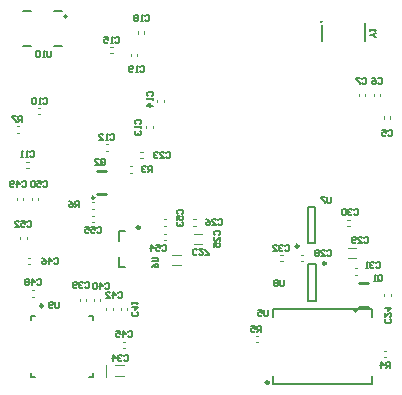
<source format=gbo>
%FSLAX24Y24*%
%MOIN*%
G70*
G01*
G75*
G04 Layer_Color=32896*
%ADD10C,0.0177*%
%ADD11C,0.0100*%
%ADD12R,0.0102X0.0209*%
%ADD13R,0.0102X0.0193*%
%ADD14R,0.0177X0.0177*%
%ADD15R,0.0138X0.0157*%
%ADD16R,0.0236X0.0157*%
%ADD17R,0.0157X0.0236*%
%ADD18R,0.0394X0.1378*%
%ADD19R,0.0591X0.1339*%
%ADD20R,0.0197X0.0354*%
%ADD21R,0.0551X0.0453*%
%ADD22R,0.0335X0.0374*%
%ADD23O,0.0295X0.0079*%
%ADD24O,0.0079X0.0295*%
%ADD25R,0.1417X0.1417*%
%ADD26R,0.0343X0.0343*%
%ADD27R,0.0138X0.0394*%
%ADD28R,0.0157X0.0335*%
%ADD29R,0.2598X0.2598*%
%ADD30O,0.0079X0.0315*%
%ADD31O,0.0315X0.0079*%
%ADD32R,0.0630X0.0551*%
%ADD33R,0.0748X0.0630*%
%ADD34R,0.0157X0.0532*%
%ADD35R,0.0335X0.0157*%
%ADD36O,0.0276X0.0098*%
%ADD37O,0.0098X0.0276*%
%ADD38O,0.0177X0.0532*%
%ADD39R,0.0354X0.0197*%
%ADD40R,0.0217X0.0098*%
%ADD41C,0.0080*%
%ADD42C,0.0200*%
%ADD43C,0.0630*%
%ADD44C,0.1260*%
%ADD45C,0.0260*%
%ADD46C,0.0240*%
%ADD47C,0.0340*%
%ADD48C,0.0300*%
%ADD49C,0.0290*%
%ADD50R,0.0354X0.0276*%
%ADD51O,0.0315X0.0157*%
%ADD52R,0.2362X0.1890*%
%ADD53R,0.0512X0.0217*%
%ADD54R,0.0394X0.0217*%
%ADD55R,0.0197X0.0315*%
%ADD56R,0.1299X0.1299*%
%ADD57O,0.0315X0.0098*%
%ADD58O,0.0098X0.0315*%
%ADD59R,0.0591X0.0236*%
%ADD60R,0.0187X0.0098*%
%ADD61R,0.0098X0.0138*%
%ADD62C,0.0098*%
%ADD63C,0.0039*%
%ADD64C,0.0079*%
%ADD65C,0.0050*%
%ADD66C,0.0040*%
%ADD67R,0.0148X0.0177*%
%ADD68R,0.0162X0.0269*%
%ADD69R,0.0162X0.0253*%
%ADD70R,0.0237X0.0237*%
%ADD71R,0.0198X0.0217*%
%ADD72R,0.0296X0.0217*%
%ADD73R,0.0217X0.0296*%
%ADD74R,0.0454X0.1438*%
%ADD75R,0.0651X0.1399*%
%ADD76R,0.0257X0.0414*%
%ADD77R,0.0611X0.0513*%
%ADD78R,0.0395X0.0434*%
%ADD79O,0.0355X0.0139*%
%ADD80O,0.0139X0.0355*%
%ADD81R,0.1477X0.1477*%
%ADD82R,0.0606X0.0606*%
%ADD83R,0.0198X0.0454*%
%ADD84R,0.0217X0.0395*%
%ADD85R,0.2658X0.2658*%
%ADD86O,0.0139X0.0375*%
%ADD87O,0.0375X0.0139*%
%ADD88R,0.0709X0.0630*%
%ADD89R,0.0827X0.0709*%
%ADD90R,0.0236X0.0610*%
%ADD91R,0.0395X0.0217*%
%ADD92O,0.0336X0.0158*%
%ADD93O,0.0158X0.0336*%
%ADD94O,0.0237X0.0592*%
%ADD95R,0.0414X0.0257*%
%ADD96R,0.0277X0.0158*%
%ADD97C,0.0690*%
%ADD98C,0.1320*%
%ADD99R,0.0414X0.0336*%
%ADD100O,0.0375X0.0217*%
%ADD101R,0.2422X0.1950*%
%ADD102R,0.0572X0.0277*%
%ADD103R,0.0454X0.0277*%
%ADD104R,0.0257X0.0375*%
%ADD105R,0.1359X0.1359*%
%ADD106O,0.0375X0.0158*%
%ADD107O,0.0158X0.0375*%
%ADD108R,0.0651X0.0296*%
%ADD109R,0.0247X0.0158*%
%ADD110R,0.0158X0.0198*%
%ADD111C,0.0060*%
D11*
X5174Y-3822D02*
G03*
X5174Y-3822I-39J0D01*
G01*
X-3566Y-82D02*
G03*
X-3566Y-82I-39J0D01*
G01*
X4002Y5784D02*
G03*
X4002Y5784I-14J0D01*
G01*
X-4494Y5964D02*
G03*
X-4494Y5964I-28J0D01*
G01*
X5253Y-3704D02*
X5567D01*
X5253Y-2916D02*
X5567D01*
X-3487Y36D02*
X-3173D01*
X-3487Y824D02*
X-3173D01*
D62*
X2249Y-6241D02*
G03*
X2249Y-6241I-49J0D01*
G01*
X4153Y-2260D02*
G03*
X4153Y-2260I-49J0D01*
G01*
X3247Y-1689D02*
G03*
X3247Y-1689I-49J0D01*
G01*
X-5280Y-3682D02*
G03*
X-5280Y-3682I-49J0D01*
G01*
X-2047Y-1071D02*
G03*
X-2047Y-1071I-49J0D01*
G01*
D63*
X-6028Y-1449D02*
Y-1371D01*
X-5812Y-1449D02*
Y-1371D01*
X1821Y-4682D02*
X1899D01*
X1821Y-4898D02*
X1899D01*
X6081Y-5398D02*
X6159D01*
X6081Y-5182D02*
X6159D01*
X-5439Y2928D02*
X-5361D01*
X-5439Y2712D02*
X-5361D01*
X-2029Y1448D02*
X-1951D01*
X-2029Y1232D02*
X-1951D01*
X-3649Y-222D02*
X-3571D01*
X-3649Y-438D02*
X-3571D01*
X-2389Y968D02*
X-2311D01*
X-2389Y752D02*
X-2311D01*
X5121Y-2422D02*
X5199D01*
X5121Y-2638D02*
X5199D01*
X2631Y-1972D02*
X2709D01*
X2631Y-2188D02*
X2709D01*
X4871Y-812D02*
X4949D01*
X4871Y-1028D02*
X4949D01*
X4882Y-2087D02*
X5158D01*
X4882Y-1743D02*
X5158D01*
X3311Y-1972D02*
X3389D01*
X3311Y-2188D02*
X3389D01*
X5968Y3301D02*
Y3379D01*
X5752Y3301D02*
Y3379D01*
X5468Y3301D02*
Y3379D01*
X5252Y3301D02*
Y3379D01*
X6308Y2561D02*
Y2639D01*
X6092Y2561D02*
Y2639D01*
X-3170Y-6040D02*
Y-5640D01*
X-2858Y-6007D02*
X-2582D01*
X-2858Y-5663D02*
X-2582D01*
X-6139Y2308D02*
X-6061D01*
X-6139Y2092D02*
X-6061D01*
X-2678Y-3819D02*
Y-3741D01*
X-2462Y-3819D02*
Y-3741D01*
X-3168Y-3819D02*
Y-3741D01*
X-2952Y-3819D02*
Y-3741D01*
X-2619Y-5088D02*
X-2541D01*
X-2619Y-4872D02*
X-2541D01*
X-4048Y-3529D02*
Y-3451D01*
X-3832Y-3529D02*
Y-3451D01*
X-3588Y-3529D02*
Y-3451D01*
X-3372Y-3529D02*
Y-3451D01*
X-5779Y-2072D02*
X-5701D01*
X-5779Y-2288D02*
X-5701D01*
X-5639Y-3162D02*
X-5561D01*
X-5639Y-3378D02*
X-5561D01*
X-6148Y-149D02*
Y-71D01*
X-5932Y-149D02*
Y-71D01*
X-5648Y-149D02*
Y-71D01*
X-5432Y-149D02*
Y-71D01*
X-1249Y-802D02*
X-1171D01*
X-1249Y-1018D02*
X-1171D01*
X-958Y-2321D02*
X-682D01*
X-958Y-1977D02*
X-682D01*
X-1249Y-1282D02*
X-1171D01*
X-1249Y-1498D02*
X-1171D01*
X-3649Y-898D02*
X-3571D01*
X-3649Y-682D02*
X-3571D01*
X-248Y-1617D02*
X28D01*
X-248Y-1273D02*
X28D01*
X-269Y-802D02*
X-191D01*
X-269Y-1018D02*
X-191D01*
X-5829Y902D02*
X-5751D01*
X-5829Y1118D02*
X-5751D01*
X-3179Y1698D02*
X-3101D01*
X-3179Y1482D02*
X-3101D01*
X-1622Y2241D02*
Y2319D01*
X-1838Y2241D02*
Y2319D01*
X-1242Y3101D02*
Y3179D01*
X-1458Y3101D02*
Y3179D01*
X-2132Y4651D02*
Y4729D01*
X-2348Y4651D02*
Y4729D01*
X-3029Y4732D02*
X-2951D01*
X-3029Y4948D02*
X-2951D01*
X-2108Y5391D02*
Y5469D01*
X-1892Y5391D02*
Y5469D01*
X6318Y-3359D02*
Y-3281D01*
X6102Y-3359D02*
Y-3281D01*
D64*
X4036Y-6300D02*
X5704D01*
Y-6026D01*
Y-4054D02*
Y-3780D01*
X4036D02*
X5704D01*
X2396D02*
X4064D01*
X2396Y-4054D02*
Y-3780D01*
Y-6300D02*
X4064D01*
X2396D02*
Y-6026D01*
X3552Y-2300D02*
X3828D01*
X3552Y-3520D02*
X3828D01*
Y-2300D01*
X3552Y-3520D02*
Y-2300D01*
X3552Y-1581D02*
X3788D01*
X3552Y-399D02*
X3788D01*
X3552Y-1581D02*
Y-399D01*
X3788Y-1581D02*
Y-399D01*
X-5664Y-4016D02*
X-5536D01*
X-5664Y-4144D02*
Y-4016D01*
X-3744D02*
X-3616D01*
Y-4144D02*
Y-4016D01*
X-3744Y-6064D02*
X-3616D01*
Y-5936D01*
X-5664Y-6064D02*
X-5536D01*
X-5664D02*
Y-5936D01*
X-2746Y-2371D02*
Y-2056D01*
Y-2371D02*
X-2549D01*
X-2746Y-1504D02*
Y-1189D01*
X-2549D01*
D65*
X5469Y5145D02*
Y5735D01*
X4031Y5145D02*
Y5686D01*
X5810Y5280D02*
X5777D01*
X5710Y5347D01*
X5777Y5413D01*
X5810D01*
X5710Y5347D02*
X5610D01*
Y5480D02*
Y5547D01*
Y5513D01*
X5810D01*
X5777Y5480D01*
X-5020Y4830D02*
Y4663D01*
X-5053Y4630D01*
X-5120D01*
X-5153Y4663D01*
Y4830D01*
X-5220Y4630D02*
X-5287D01*
X-5253D01*
Y4830D01*
X-5220Y4797D01*
X-5387D02*
X-5420Y4830D01*
X-5487D01*
X-5520Y4797D01*
Y4663D01*
X-5487Y4630D01*
X-5420D01*
X-5387Y4663D01*
Y4797D01*
X-4740Y-3560D02*
Y-3727D01*
X-4773Y-3760D01*
X-4840D01*
X-4873Y-3727D01*
Y-3560D01*
X-4940Y-3727D02*
X-4973Y-3760D01*
X-5040D01*
X-5073Y-3727D01*
Y-3593D01*
X-5040Y-3560D01*
X-4973D01*
X-4940Y-3593D01*
Y-3627D01*
X-4973Y-3660D01*
X-5073D01*
X2760Y-2820D02*
Y-2987D01*
X2727Y-3020D01*
X2660D01*
X2627Y-2987D01*
Y-2820D01*
X2560Y-2853D02*
X2527Y-2820D01*
X2460D01*
X2427Y-2853D01*
Y-2887D01*
X2460Y-2920D01*
X2427Y-2953D01*
Y-2987D01*
X2460Y-3020D01*
X2527D01*
X2560Y-2987D01*
Y-2953D01*
X2527Y-2920D01*
X2560Y-2887D01*
Y-2853D01*
X2527Y-2920D02*
X2460D01*
X4340Y-40D02*
Y-207D01*
X4307Y-240D01*
X4240D01*
X4207Y-207D01*
Y-40D01*
X4140D02*
X4007D01*
Y-73D01*
X4140Y-207D01*
Y-240D01*
X-1630Y-2070D02*
X-1463D01*
X-1430Y-2103D01*
Y-2170D01*
X-1463Y-2203D01*
X-1630D01*
Y-2403D02*
X-1597Y-2337D01*
X-1530Y-2270D01*
X-1463D01*
X-1430Y-2303D01*
Y-2370D01*
X-1463Y-2403D01*
X-1497D01*
X-1530Y-2370D01*
Y-2270D01*
X2220Y-3820D02*
Y-3987D01*
X2187Y-4020D01*
X2120D01*
X2087Y-3987D01*
Y-3820D01*
X1887D02*
X2020D01*
Y-3920D01*
X1953Y-3887D01*
X1920D01*
X1887Y-3920D01*
Y-3987D01*
X1920Y-4020D01*
X1987D01*
X2020Y-3987D01*
X-5980Y2440D02*
Y2640D01*
X-6080D01*
X-6113Y2607D01*
Y2540D01*
X-6080Y2507D01*
X-5980D01*
X-6047D02*
X-6113Y2440D01*
X-6180Y2640D02*
X-6313D01*
Y2607D01*
X-6180Y2473D01*
Y2440D01*
X-4080Y-400D02*
Y-200D01*
X-4180D01*
X-4213Y-233D01*
Y-300D01*
X-4180Y-333D01*
X-4080D01*
X-4147D02*
X-4213Y-400D01*
X-4413Y-200D02*
X-4347Y-233D01*
X-4280Y-300D01*
Y-367D01*
X-4313Y-400D01*
X-4380D01*
X-4413Y-367D01*
Y-333D01*
X-4380Y-300D01*
X-4280D01*
X2000Y-4540D02*
Y-4340D01*
X1900D01*
X1867Y-4373D01*
Y-4440D01*
X1900Y-4473D01*
X2000D01*
X1933D02*
X1867Y-4540D01*
X1667Y-4340D02*
X1800D01*
Y-4440D01*
X1733Y-4407D01*
X1700D01*
X1667Y-4440D01*
Y-4507D01*
X1700Y-4540D01*
X1767D01*
X1800Y-4507D01*
X6280Y-5740D02*
Y-5540D01*
X6180D01*
X6147Y-5573D01*
Y-5640D01*
X6180Y-5673D01*
X6280D01*
X6213D02*
X6147Y-5740D01*
X5980D02*
Y-5540D01*
X6080Y-5640D01*
X5947D01*
X-1630Y780D02*
Y980D01*
X-1730D01*
X-1763Y947D01*
Y880D01*
X-1730Y847D01*
X-1630D01*
X-1697D02*
X-1763Y780D01*
X-1830Y947D02*
X-1863Y980D01*
X-1930D01*
X-1963Y947D01*
Y913D01*
X-1930Y880D01*
X-1897D01*
X-1930D01*
X-1963Y847D01*
Y813D01*
X-1930Y780D01*
X-1863D01*
X-1830Y813D01*
X-3333Y1063D02*
Y1197D01*
X-3300Y1230D01*
X-3233D01*
X-3200Y1197D01*
Y1063D01*
X-3233Y1030D01*
X-3300D01*
X-3267Y1097D02*
X-3333Y1030D01*
X-3300D02*
X-3333Y1063D01*
X-3533Y1030D02*
X-3400D01*
X-3533Y1163D01*
Y1197D01*
X-3500Y1230D01*
X-3433D01*
X-3400Y1197D01*
X5897Y-2810D02*
Y-2677D01*
X5930Y-2644D01*
X5997D01*
X6030Y-2677D01*
Y-2810D01*
X5997Y-2844D01*
X5930D01*
X5963Y-2777D02*
X5897Y-2844D01*
X5930D02*
X5897Y-2810D01*
X5830Y-2844D02*
X5763D01*
X5797D01*
Y-2644D01*
X5830Y-2677D01*
X-3483Y-1093D02*
X-3450Y-1060D01*
X-3383D01*
X-3350Y-1093D01*
Y-1227D01*
X-3383Y-1260D01*
X-3450D01*
X-3483Y-1227D01*
X-3683Y-1060D02*
X-3550D01*
Y-1160D01*
X-3617Y-1127D01*
X-3650D01*
X-3683Y-1160D01*
Y-1227D01*
X-3650Y-1260D01*
X-3583D01*
X-3550Y-1227D01*
X-3883Y-1060D02*
X-3750D01*
Y-1160D01*
X-3817Y-1127D01*
X-3850D01*
X-3883Y-1160D01*
Y-1227D01*
X-3850Y-1260D01*
X-3783D01*
X-3750Y-1227D01*
X-1293Y-1693D02*
X-1260Y-1660D01*
X-1193D01*
X-1160Y-1693D01*
Y-1827D01*
X-1193Y-1860D01*
X-1260D01*
X-1293Y-1827D01*
X-1493Y-1660D02*
X-1360D01*
Y-1760D01*
X-1427Y-1727D01*
X-1460D01*
X-1493Y-1760D01*
Y-1827D01*
X-1460Y-1860D01*
X-1393D01*
X-1360Y-1827D01*
X-1660Y-1860D02*
Y-1660D01*
X-1560Y-1760D01*
X-1693D01*
X-777Y-633D02*
X-810Y-600D01*
Y-533D01*
X-777Y-500D01*
X-643D01*
X-610Y-533D01*
Y-600D01*
X-643Y-633D01*
X-810Y-833D02*
Y-700D01*
X-710D01*
X-743Y-767D01*
Y-800D01*
X-710Y-833D01*
X-643D01*
X-610Y-800D01*
Y-733D01*
X-643Y-700D01*
X-777Y-900D02*
X-810Y-933D01*
Y-1000D01*
X-777Y-1033D01*
X-743D01*
X-710Y-1000D01*
Y-967D01*
Y-1000D01*
X-677Y-1033D01*
X-643D01*
X-610Y-1000D01*
Y-933D01*
X-643Y-900D01*
X-5803Y-873D02*
X-5770Y-840D01*
X-5703D01*
X-5670Y-873D01*
Y-1007D01*
X-5703Y-1040D01*
X-5770D01*
X-5803Y-1007D01*
X-6003Y-840D02*
X-5870D01*
Y-940D01*
X-5937Y-907D01*
X-5970D01*
X-6003Y-940D01*
Y-1007D01*
X-5970Y-1040D01*
X-5903D01*
X-5870Y-1007D01*
X-6203Y-1040D02*
X-6070D01*
X-6203Y-907D01*
Y-873D01*
X-6170Y-840D01*
X-6103D01*
X-6070Y-873D01*
X-5263Y437D02*
X-5230Y470D01*
X-5163D01*
X-5130Y437D01*
Y303D01*
X-5163Y270D01*
X-5230D01*
X-5263Y303D01*
X-5463Y470D02*
X-5330D01*
Y370D01*
X-5397Y403D01*
X-5430D01*
X-5463Y370D01*
Y303D01*
X-5430Y270D01*
X-5363D01*
X-5330Y303D01*
X-5530Y437D02*
X-5563Y470D01*
X-5630D01*
X-5663Y437D01*
Y303D01*
X-5630Y270D01*
X-5563D01*
X-5530Y303D01*
Y437D01*
X-5963D02*
X-5930Y470D01*
X-5863D01*
X-5830Y437D01*
Y303D01*
X-5863Y270D01*
X-5930D01*
X-5963Y303D01*
X-6130Y270D02*
Y470D01*
X-6030Y370D01*
X-6163D01*
X-6230Y303D02*
X-6263Y270D01*
X-6330D01*
X-6363Y303D01*
Y437D01*
X-6330Y470D01*
X-6263D01*
X-6230Y437D01*
Y403D01*
X-6263Y370D01*
X-6363D01*
X-5463Y-2833D02*
X-5430Y-2800D01*
X-5363D01*
X-5330Y-2833D01*
Y-2967D01*
X-5363Y-3000D01*
X-5430D01*
X-5463Y-2967D01*
X-5630Y-3000D02*
Y-2800D01*
X-5530Y-2900D01*
X-5663D01*
X-5730Y-2833D02*
X-5763Y-2800D01*
X-5830D01*
X-5863Y-2833D01*
Y-2867D01*
X-5830Y-2900D01*
X-5863Y-2933D01*
Y-2967D01*
X-5830Y-3000D01*
X-5763D01*
X-5730Y-2967D01*
Y-2933D01*
X-5763Y-2900D01*
X-5730Y-2867D01*
Y-2833D01*
X-5763Y-2900D02*
X-5830D01*
X-4923Y-2113D02*
X-4890Y-2080D01*
X-4823D01*
X-4790Y-2113D01*
Y-2247D01*
X-4823Y-2280D01*
X-4890D01*
X-4923Y-2247D01*
X-5090Y-2280D02*
Y-2080D01*
X-4990Y-2180D01*
X-5123D01*
X-5323Y-2080D02*
X-5257Y-2113D01*
X-5190Y-2180D01*
Y-2247D01*
X-5223Y-2280D01*
X-5290D01*
X-5323Y-2247D01*
Y-2213D01*
X-5290Y-2180D01*
X-5190D01*
X-2453Y-4543D02*
X-2420Y-4510D01*
X-2353D01*
X-2320Y-4543D01*
Y-4677D01*
X-2353Y-4710D01*
X-2420D01*
X-2453Y-4677D01*
X-2620Y-4710D02*
Y-4510D01*
X-2520Y-4610D01*
X-2653D01*
X-2853Y-4510D02*
X-2720D01*
Y-4610D01*
X-2787Y-4577D01*
X-2820D01*
X-2853Y-4610D01*
Y-4677D01*
X-2820Y-4710D01*
X-2753D01*
X-2720Y-4677D01*
X-2773Y-3263D02*
X-2740Y-3230D01*
X-2673D01*
X-2640Y-3263D01*
Y-3397D01*
X-2673Y-3430D01*
X-2740D01*
X-2773Y-3397D01*
X-2940Y-3430D02*
Y-3230D01*
X-2840Y-3330D01*
X-2973D01*
X-3173Y-3430D02*
X-3040D01*
X-3173Y-3297D01*
Y-3263D01*
X-3140Y-3230D01*
X-3073D01*
X-3040Y-3263D01*
X-2153Y-3887D02*
X-2120Y-3920D01*
Y-3987D01*
X-2153Y-4020D01*
X-2287D01*
X-2320Y-3987D01*
Y-3920D01*
X-2287Y-3887D01*
X-2320Y-3720D02*
X-2120D01*
X-2220Y-3820D01*
Y-3687D01*
X-2320Y-3620D02*
Y-3553D01*
Y-3587D01*
X-2120D01*
X-2153Y-3620D01*
X-3193Y-2953D02*
X-3160Y-2920D01*
X-3093D01*
X-3060Y-2953D01*
Y-3087D01*
X-3093Y-3120D01*
X-3160D01*
X-3193Y-3087D01*
X-3360Y-3120D02*
Y-2920D01*
X-3260Y-3020D01*
X-3393D01*
X-3460Y-2953D02*
X-3493Y-2920D01*
X-3560D01*
X-3593Y-2953D01*
Y-3087D01*
X-3560Y-3120D01*
X-3493D01*
X-3460Y-3087D01*
Y-2953D01*
X-3883Y-2933D02*
X-3850Y-2900D01*
X-3783D01*
X-3750Y-2933D01*
Y-3067D01*
X-3783Y-3100D01*
X-3850D01*
X-3883Y-3067D01*
X-3950Y-2933D02*
X-3983Y-2900D01*
X-4050D01*
X-4083Y-2933D01*
Y-2967D01*
X-4050Y-3000D01*
X-4017D01*
X-4050D01*
X-4083Y-3033D01*
Y-3067D01*
X-4050Y-3100D01*
X-3983D01*
X-3950Y-3067D01*
X-4150D02*
X-4183Y-3100D01*
X-4250D01*
X-4283Y-3067D01*
Y-2933D01*
X-4250Y-2900D01*
X-4183D01*
X-4150Y-2933D01*
Y-2967D01*
X-4183Y-3000D01*
X-4283D01*
X-2573Y-5363D02*
X-2540Y-5330D01*
X-2473D01*
X-2440Y-5363D01*
Y-5497D01*
X-2473Y-5530D01*
X-2540D01*
X-2573Y-5497D01*
X-2640Y-5363D02*
X-2673Y-5330D01*
X-2740D01*
X-2773Y-5363D01*
Y-5397D01*
X-2740Y-5430D01*
X-2707D01*
X-2740D01*
X-2773Y-5463D01*
Y-5497D01*
X-2740Y-5530D01*
X-2673D01*
X-2640Y-5497D01*
X-2940Y-5530D02*
Y-5330D01*
X-2840Y-5430D01*
X-2973D01*
X2797Y-1683D02*
X2830Y-1650D01*
X2897D01*
X2930Y-1683D01*
Y-1817D01*
X2897Y-1850D01*
X2830D01*
X2797Y-1817D01*
X2730Y-1683D02*
X2697Y-1650D01*
X2630D01*
X2597Y-1683D01*
Y-1717D01*
X2630Y-1750D01*
X2663D01*
X2630D01*
X2597Y-1783D01*
Y-1817D01*
X2630Y-1850D01*
X2697D01*
X2730Y-1817D01*
X2397Y-1850D02*
X2530D01*
X2397Y-1717D01*
Y-1683D01*
X2430Y-1650D01*
X2497D01*
X2530Y-1683D01*
X5837Y-2263D02*
X5870Y-2230D01*
X5937D01*
X5970Y-2263D01*
Y-2397D01*
X5937Y-2430D01*
X5870D01*
X5837Y-2397D01*
X5770Y-2263D02*
X5737Y-2230D01*
X5670D01*
X5637Y-2263D01*
Y-2297D01*
X5670Y-2330D01*
X5703D01*
X5670D01*
X5637Y-2363D01*
Y-2397D01*
X5670Y-2430D01*
X5737D01*
X5770Y-2397D01*
X5570Y-2430D02*
X5503D01*
X5537D01*
Y-2230D01*
X5570Y-2263D01*
X5087Y-483D02*
X5120Y-450D01*
X5187D01*
X5220Y-483D01*
Y-617D01*
X5187Y-650D01*
X5120D01*
X5087Y-617D01*
X5020Y-483D02*
X4987Y-450D01*
X4920D01*
X4887Y-483D01*
Y-517D01*
X4920Y-550D01*
X4953D01*
X4920D01*
X4887Y-583D01*
Y-617D01*
X4920Y-650D01*
X4987D01*
X5020Y-617D01*
X4820Y-483D02*
X4787Y-450D01*
X4720D01*
X4687Y-483D01*
Y-617D01*
X4720Y-650D01*
X4787D01*
X4820Y-617D01*
Y-483D01*
X5427Y-1423D02*
X5460Y-1390D01*
X5527D01*
X5560Y-1423D01*
Y-1557D01*
X5527Y-1590D01*
X5460D01*
X5427Y-1557D01*
X5227Y-1590D02*
X5360D01*
X5227Y-1457D01*
Y-1423D01*
X5260Y-1390D01*
X5327D01*
X5360Y-1423D01*
X5160Y-1557D02*
X5127Y-1590D01*
X5060D01*
X5027Y-1557D01*
Y-1423D01*
X5060Y-1390D01*
X5127D01*
X5160Y-1423D01*
Y-1457D01*
X5127Y-1490D01*
X5027D01*
X4187Y-1853D02*
X4220Y-1820D01*
X4287D01*
X4320Y-1853D01*
Y-1987D01*
X4287Y-2020D01*
X4220D01*
X4187Y-1987D01*
X3987Y-2020D02*
X4120D01*
X3987Y-1887D01*
Y-1853D01*
X4020Y-1820D01*
X4087D01*
X4120Y-1853D01*
X3920D02*
X3887Y-1820D01*
X3820D01*
X3787Y-1853D01*
Y-1887D01*
X3820Y-1920D01*
X3787Y-1953D01*
Y-1987D01*
X3820Y-2020D01*
X3887D01*
X3920Y-1987D01*
Y-1953D01*
X3887Y-1920D01*
X3920Y-1887D01*
Y-1853D01*
X3887Y-1920D02*
X3820D01*
X-157Y-1957D02*
X-190Y-1990D01*
X-257D01*
X-290Y-1957D01*
Y-1823D01*
X-257Y-1790D01*
X-190D01*
X-157Y-1823D01*
X43Y-1790D02*
X-90D01*
X43Y-1923D01*
Y-1957D01*
X10Y-1990D01*
X-57D01*
X-90Y-1957D01*
X110Y-1990D02*
X243D01*
Y-1957D01*
X110Y-1823D01*
Y-1790D01*
X547Y-833D02*
X580Y-800D01*
X647D01*
X680Y-833D01*
Y-967D01*
X647Y-1000D01*
X580D01*
X547Y-967D01*
X347Y-1000D02*
X480D01*
X347Y-867D01*
Y-833D01*
X380Y-800D01*
X447D01*
X480Y-833D01*
X147Y-800D02*
X213Y-833D01*
X280Y-900D01*
Y-967D01*
X247Y-1000D01*
X180D01*
X147Y-967D01*
Y-933D01*
X180Y-900D01*
X280D01*
X463Y-1313D02*
X430Y-1280D01*
Y-1213D01*
X463Y-1180D01*
X597D01*
X630Y-1213D01*
Y-1280D01*
X597Y-1313D01*
X630Y-1513D02*
Y-1380D01*
X497Y-1513D01*
X463D01*
X430Y-1480D01*
Y-1413D01*
X463Y-1380D01*
X430Y-1713D02*
Y-1580D01*
X530D01*
X497Y-1647D01*
Y-1680D01*
X530Y-1713D01*
X597D01*
X630Y-1680D01*
Y-1613D01*
X597Y-1580D01*
X6287Y-4107D02*
X6320Y-4140D01*
Y-4207D01*
X6287Y-4240D01*
X6153D01*
X6120Y-4207D01*
Y-4140D01*
X6153Y-4107D01*
X6120Y-3907D02*
Y-4040D01*
X6253Y-3907D01*
X6287D01*
X6320Y-3940D01*
Y-4007D01*
X6287Y-4040D01*
X6120Y-3740D02*
X6320D01*
X6220Y-3840D01*
Y-3707D01*
X-1183Y1407D02*
X-1150Y1440D01*
X-1083D01*
X-1050Y1407D01*
Y1273D01*
X-1083Y1240D01*
X-1150D01*
X-1183Y1273D01*
X-1383Y1240D02*
X-1250D01*
X-1383Y1373D01*
Y1407D01*
X-1350Y1440D01*
X-1283D01*
X-1250Y1407D01*
X-1450D02*
X-1483Y1440D01*
X-1550D01*
X-1583Y1407D01*
Y1373D01*
X-1550Y1340D01*
X-1517D01*
X-1550D01*
X-1583Y1307D01*
Y1273D01*
X-1550Y1240D01*
X-1483D01*
X-1450Y1273D01*
X-2053Y4277D02*
X-2020Y4310D01*
X-1953D01*
X-1920Y4277D01*
Y4143D01*
X-1953Y4110D01*
X-2020D01*
X-2053Y4143D01*
X-2120Y4110D02*
X-2187D01*
X-2153D01*
Y4310D01*
X-2120Y4277D01*
X-2287Y4143D02*
X-2320Y4110D01*
X-2387D01*
X-2420Y4143D01*
Y4277D01*
X-2387Y4310D01*
X-2320D01*
X-2287Y4277D01*
Y4243D01*
X-2320Y4210D01*
X-2420D01*
X-1883Y5977D02*
X-1850Y6010D01*
X-1783D01*
X-1750Y5977D01*
Y5843D01*
X-1783Y5810D01*
X-1850D01*
X-1883Y5843D01*
X-1950Y5810D02*
X-2017D01*
X-1983D01*
Y6010D01*
X-1950Y5977D01*
X-2117D02*
X-2150Y6010D01*
X-2217D01*
X-2250Y5977D01*
Y5943D01*
X-2217Y5910D01*
X-2250Y5877D01*
Y5843D01*
X-2217Y5810D01*
X-2150D01*
X-2117Y5843D01*
Y5877D01*
X-2150Y5910D01*
X-2117Y5943D01*
Y5977D01*
X-2150Y5910D02*
X-2217D01*
X-2873Y5247D02*
X-2840Y5280D01*
X-2773D01*
X-2740Y5247D01*
Y5113D01*
X-2773Y5080D01*
X-2840D01*
X-2873Y5113D01*
X-2940Y5080D02*
X-3007D01*
X-2973D01*
Y5280D01*
X-2940Y5247D01*
X-3240Y5280D02*
X-3107D01*
Y5180D01*
X-3173Y5213D01*
X-3207D01*
X-3240Y5180D01*
Y5113D01*
X-3207Y5080D01*
X-3140D01*
X-3107Y5113D01*
X-1787Y3317D02*
X-1820Y3350D01*
Y3417D01*
X-1787Y3450D01*
X-1653D01*
X-1620Y3417D01*
Y3350D01*
X-1653Y3317D01*
X-1620Y3250D02*
Y3183D01*
Y3217D01*
X-1820D01*
X-1787Y3250D01*
X-1620Y2983D02*
X-1820D01*
X-1720Y3083D01*
Y2950D01*
X-2177Y2387D02*
X-2210Y2420D01*
Y2487D01*
X-2177Y2520D01*
X-2043D01*
X-2010Y2487D01*
Y2420D01*
X-2043Y2387D01*
X-2010Y2320D02*
Y2253D01*
Y2287D01*
X-2210D01*
X-2177Y2320D01*
Y2153D02*
X-2210Y2120D01*
Y2053D01*
X-2177Y2020D01*
X-2143D01*
X-2110Y2053D01*
Y2087D01*
Y2053D01*
X-2077Y2020D01*
X-2043D01*
X-2010Y2053D01*
Y2120D01*
X-2043Y2153D01*
X-3043Y2027D02*
X-3010Y2060D01*
X-2943D01*
X-2910Y2027D01*
Y1893D01*
X-2943Y1860D01*
X-3010D01*
X-3043Y1893D01*
X-3110Y1860D02*
X-3177D01*
X-3143D01*
Y2060D01*
X-3110Y2027D01*
X-3410Y1860D02*
X-3277D01*
X-3410Y1993D01*
Y2027D01*
X-3377Y2060D01*
X-3310D01*
X-3277Y2027D01*
X-5723Y1437D02*
X-5690Y1470D01*
X-5623D01*
X-5590Y1437D01*
Y1303D01*
X-5623Y1270D01*
X-5690D01*
X-5723Y1303D01*
X-5790Y1270D02*
X-5857D01*
X-5823D01*
Y1470D01*
X-5790Y1437D01*
X-5957Y1270D02*
X-6023D01*
X-5990D01*
Y1470D01*
X-5957Y1437D01*
X-5283Y3207D02*
X-5250Y3240D01*
X-5183D01*
X-5150Y3207D01*
Y3073D01*
X-5183Y3040D01*
X-5250D01*
X-5283Y3073D01*
X-5350Y3040D02*
X-5417D01*
X-5383D01*
Y3240D01*
X-5350Y3207D01*
X-5517D02*
X-5550Y3240D01*
X-5617D01*
X-5650Y3207D01*
Y3073D01*
X-5617Y3040D01*
X-5550D01*
X-5517Y3073D01*
Y3207D01*
X5347Y3877D02*
X5380Y3910D01*
X5447D01*
X5480Y3877D01*
Y3743D01*
X5447Y3710D01*
X5380D01*
X5347Y3743D01*
X5280Y3910D02*
X5147D01*
Y3877D01*
X5280Y3743D01*
Y3710D01*
X5877Y3897D02*
X5910Y3930D01*
X5977D01*
X6010Y3897D01*
Y3763D01*
X5977Y3730D01*
X5910D01*
X5877Y3763D01*
X5677Y3930D02*
X5743Y3897D01*
X5810Y3830D01*
Y3763D01*
X5777Y3730D01*
X5710D01*
X5677Y3763D01*
Y3797D01*
X5710Y3830D01*
X5810D01*
X6237Y2147D02*
X6270Y2180D01*
X6337D01*
X6370Y2147D01*
Y2013D01*
X6337Y1980D01*
X6270D01*
X6237Y2013D01*
X6037Y2180D02*
X6170D01*
Y2080D01*
X6103Y2113D01*
X6070D01*
X6037Y2080D01*
Y2013D01*
X6070Y1980D01*
X6137D01*
X6170Y2013D01*
D111*
X-4914Y6161D02*
X-4650D01*
X-4914Y4979D02*
X-4650D01*
X-5930D02*
X-5666D01*
X-5930Y6161D02*
X-5666D01*
M02*

</source>
